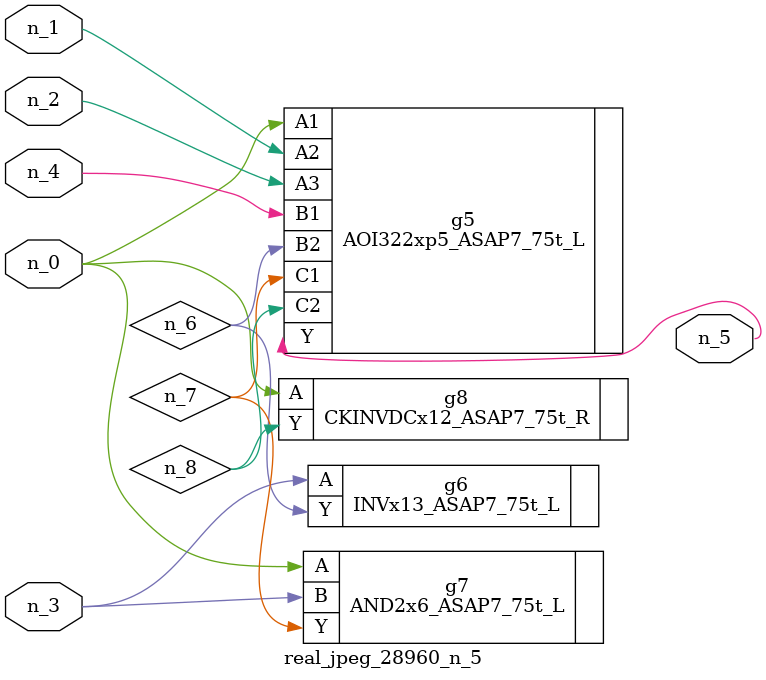
<source format=v>
module real_jpeg_28960_n_5 (n_4, n_0, n_1, n_2, n_3, n_5);

input n_4;
input n_0;
input n_1;
input n_2;
input n_3;

output n_5;

wire n_8;
wire n_6;
wire n_7;

AOI322xp5_ASAP7_75t_L g5 ( 
.A1(n_0),
.A2(n_1),
.A3(n_2),
.B1(n_4),
.B2(n_6),
.C1(n_7),
.C2(n_8),
.Y(n_5)
);

AND2x6_ASAP7_75t_L g7 ( 
.A(n_0),
.B(n_3),
.Y(n_7)
);

CKINVDCx12_ASAP7_75t_R g8 ( 
.A(n_0),
.Y(n_8)
);

INVx13_ASAP7_75t_L g6 ( 
.A(n_3),
.Y(n_6)
);


endmodule
</source>
